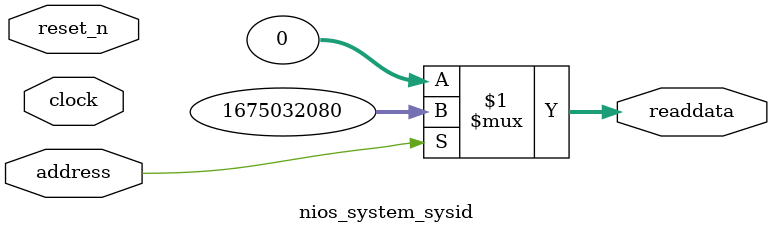
<source format=v>

`timescale 1ns / 1ps
// synthesis translate_on

// turn off superfluous verilog processor warnings 
// altera message_level Level1 
// altera message_off 10034 10035 10036 10037 10230 10240 10030 

module nios_system_sysid (
               // inputs:
                address,
                clock,
                reset_n,

               // outputs:
                readdata
             )
;

  output  [ 31: 0] readdata;
  input            address;
  input            clock;
  input            reset_n;

  wire    [ 31: 0] readdata;
  //control_slave, which is an e_avalon_slave
  assign readdata = address ? 1675032080 : 0;

endmodule




</source>
